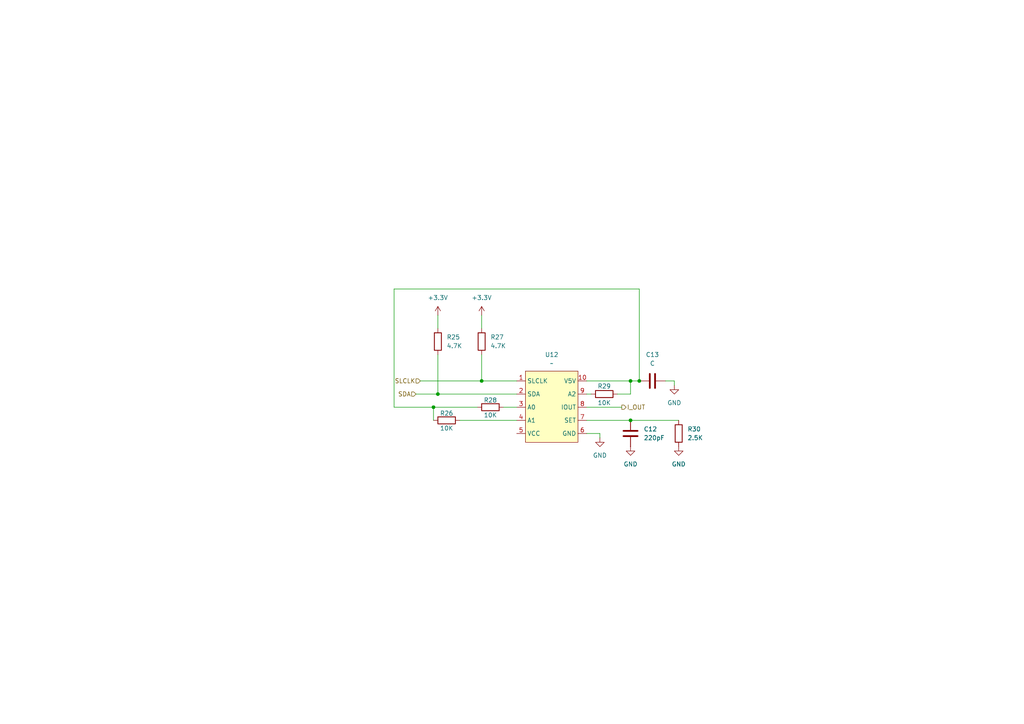
<source format=kicad_sch>
(kicad_sch (version 20250114) (generator "eeschema") (generator_version "9.0")
  (paper "A4")
  (lib_symbols
    (symbol "Device:C" (pin_numbers (hide yes)) (pin_names (offset 0.254))
      (property "Reference" "C" (at 0.635 2.54 0))
      (property "Value" "C" (at 0.635 -2.54 0))
      (symbol "C_0_1"
        (polyline (pts (xy -2.032 0.762) (xy 2.032 0.762)) (stroke (width 0.508)))
        (polyline (pts (xy -2.032 -0.762) (xy 2.032 -0.762)) (stroke (width 0.508)))
      )
      (symbol "C_1_1"
        (pin passive line (at 0 3.81 270) (length 2.794) (name "~") (number "1"))
        (pin passive line (at 0 -3.81 90) (length 2.794) (name "~") (number "2"))
      )
    )
    (symbol "Device:R" (pin_numbers (hide yes)) (pin_names (offset 0))
      (property "Reference" "R" (at 2.032 0 90))
      (property "Value" "R" (at 0 0 90))
      (symbol "R_0_1"
        (rectangle (start -1.016 -2.54) (end 1.016 2.54) (stroke (width 0.254)))
      )
      (symbol "R_1_1"
        (pin passive line (at 0 3.81 270) (length 1.27) (name "~") (number "1"))
        (pin passive line (at 0 -3.81 90) (length 1.27) (name "~") (number "2"))
      )
    )
    (symbol "Proyecto_componente:GP8303"
      (property "Reference" "U" (at 0 -12.192 0))
      (symbol "GP8303_1_1"
        (rectangle (start -7.62 10.4775) (end 7.62 -10.16) (fill (type color) (color 255 255 194 1)))
        (pin input line (at -10.16 7.62 0) (length 2.54) (name "SLCLK") (number "1"))
        (pin input line (at -10.16 3.81 0) (length 2.54) (name "SDA") (number "2"))
        (pin input line (at -10.16 0 0) (length 2.54) (name "A0") (number "3"))
        (pin input line (at -10.16 -3.81 0) (length 2.54) (name "A1") (number "4"))
        (pin input line (at -10.16 -7.62 0) (length 2.54) (name "VCC") (number "5"))
        (pin input line (at 10.16 7.62 180) (length 2.54) (name "V5V") (number "10"))
        (pin input line (at 10.16 3.81 180) (length 2.54) (name "A2") (number "9"))
        (pin input line (at 10.16 0 180) (length 2.54) (name "IOUT") (number "8"))
        (pin input line (at 10.16 -3.81 180) (length 2.54) (name "SET") (number "7"))
        (pin input line (at 10.16 -7.62 180) (length 2.54) (name "GND") (number "6"))
      )
    )
    (symbol "power:+3.3V" (power) (pin_numbers (hide yes)) (pin_names (offset 0) (hide yes))
      (property "Value" "+3.3V" (at 0 3.556 0))
      (symbol "+3.3V_0_1"
        (polyline (pts (xy -0.762 1.27) (xy 0 2.54)))
        (polyline (pts (xy 0 2.54) (xy 0.762 1.27)))
        (polyline (pts (xy 0 0) (xy 0 2.54)))
      )
      (symbol "+3.3V_1_1"
        (pin power_in line (at 0 0 90) (length 0) (name "~") (number "1"))
      )
    )
    (symbol "power:GND" (power) (pin_numbers (hide yes)) (pin_names (offset 0) (hide yes))
      (property "Value" "GND" (at 0 -3.81 0))
      (symbol "GND_0_1"
        (polyline (pts (xy 0 0) (xy 0 -1.27) (xy 1.27 -1.27) (xy 0 -2.54) (xy -1.27 -1.27) (xy 0 -1.27)))
      )
      (symbol "GND_1_1"
        (pin power_in line (at 0 0 270) (length 0) (name "~") (number "1"))
      )
    )
  )
  (junction (at 182.88 110.49))
  (junction (at 127 114.3))
  (junction (at 185.42 110.49))
  (junction (at 139.7 110.49))
  (junction (at 182.88 121.92))
  (junction (at 125.73 118.11))
  (wire (pts (xy 121.92 110.49) (xy 139.7 110.49)))
  (wire (pts (xy 114.3 83.82) (xy 185.42 83.82)))
  (wire (pts (xy 182.88 110.49) (xy 185.42 110.49)))
  (wire (pts (xy 185.42 83.82) (xy 185.42 110.49)))
  (wire (pts (xy 127 114.3) (xy 127 102.87)))
  (wire (pts (xy 182.88 121.92) (xy 196.85 121.92)))
  (wire (pts (xy 114.3 118.11) (xy 114.3 83.82)))
  (wire (pts (xy 139.7 91.44) (xy 139.7 95.25)))
  (wire (pts (xy 170.18 118.11) (xy 180.34 118.11)))
  (wire (pts (xy 133.35 121.92) (xy 149.86 121.92)))
  (wire (pts (xy 195.58 110.49) (xy 195.58 111.76)))
  (wire (pts (xy 120.65 114.3) (xy 127 114.3)))
  (wire (pts (xy 146.05 118.11) (xy 149.86 118.11)))
  (wire (pts (xy 173.99 125.73) (xy 170.18 125.73)))
  (wire (pts (xy 179.07 114.3) (xy 182.88 114.3)))
  (wire (pts (xy 127 91.44) (xy 127 95.25)))
  (wire (pts (xy 138.43 118.11) (xy 125.73 118.11)))
  (wire (pts (xy 125.73 118.11) (xy 125.73 121.92)))
  (wire (pts (xy 139.7 102.87) (xy 139.7 110.49)))
  (wire (pts (xy 193.04 110.49) (xy 195.58 110.49)))
  (wire (pts (xy 149.86 114.3) (xy 127 114.3)))
  (wire (pts (xy 173.99 127) (xy 173.99 125.73)))
  (wire (pts (xy 170.18 110.49) (xy 182.88 110.49)))
  (wire (pts (xy 139.7 110.49) (xy 149.86 110.49)))
  (wire (pts (xy 170.18 121.92) (xy 182.88 121.92)))
  (wire (pts (xy 125.73 118.11) (xy 114.3 118.11)))
  (wire (pts (xy 170.18 114.3) (xy 171.45 114.3)))
  (wire (pts (xy 182.88 114.3) (xy 182.88 110.49)))
  (hierarchical_label "SLCLK" (shape input) (at 121.92 110.49 180))
  (hierarchical_label "I_OUT" (shape output) (at 180.34 118.11 0))
  (hierarchical_label "SDA" (shape input) (at 120.65 114.3 180))
  (symbol (lib_id "Device:R") (at 129.54 121.92 90) (unit 1)
    (property "Reference" "R26" (at 129.54 119.888 90))
    (property "Value" "10K" (at 129.54 124.206 90))
    (property "Footprint" "Resistor_SMD:R_0201_0603Metric" (effects (hide yes)))
    (property "Description" "Resistor" (effects (hide yes)))
  )
  (symbol (lib_id "power:GND") (at 173.99 127 0) (unit 1)
    (property "Reference" "#PWR050" (effects (hide yes)))
    (property "Value" "GND" (at 173.99 132.08 0))
    (property "Description" "Power symbol creates a global label with name \"GND\" , ground" (effects (hide yes)))
  )
  (symbol (lib_id "power:+3.3V") (at 139.7 91.44 0) (unit 1)
    (property "Reference" "#PWR049" (effects (hide yes)))
    (property "Value" "+3.3V" (at 139.7 86.36 0))
    (property "Description" "Power symbol creates a global label with name \"+3.3V\"" (effects (hide yes)))
  )
  (symbol (lib_id "Device:R") (at 139.7 99.06 180) (unit 1)
    (property "Reference" "R27" (at 142.24 97.7899 0) (effects (justify right)))
    (property "Value" "4.7K" (at 142.24 100.3299 0) (effects (justify right)))
    (property "Footprint" "Resistor_SMD:R_0201_0603Metric" (effects (hide yes)))
    (property "Description" "Resistor" (effects (hide yes)))
  )
  (symbol (lib_id "power:GND") (at 182.88 129.54 0) (unit 1)
    (property "Reference" "#PWR051" (effects (hide yes)))
    (property "Value" "GND" (at 182.88 134.62 0))
    (property "Description" "Power symbol creates a global label with name \"GND\" , ground" (effects (hide yes)))
  )
  (symbol (lib_id "power:GND") (at 196.85 129.54 0) (unit 1)
    (property "Reference" "#PWR053" (effects (hide yes)))
    (property "Value" "GND" (at 196.85 134.62 0))
    (property "Description" "Power symbol creates a global label with name \"GND\" , ground" (effects (hide yes)))
  )
  (symbol (lib_id "Device:R") (at 196.85 125.73 0) (unit 1)
    (property "Reference" "R30" (at 199.39 124.4599 0) (effects (justify left)))
    (property "Value" "2.5K" (at 199.39 126.9999 0) (effects (justify left)))
    (property "Footprint" "Resistor_SMD:R_0201_0603Metric" (effects (hide yes)))
    (property "Description" "Resistor" (effects (hide yes)))
  )
  (symbol (lib_id "Device:C") (at 182.88 125.73 0) (unit 1)
    (property "Reference" "C12" (at 186.69 124.4599 0) (effects (justify left)))
    (property "Value" "220pF" (at 186.69 126.9999 0) (effects (justify left)))
    (property "Footprint" "Capacitor_SMD:C_0201_0603Metric" (effects (hide yes)))
    (property "Description" "Unpolarized capacitor" (effects (hide yes)))
  )
  (symbol (lib_id "power:+3.3V") (at 127 91.44 0) (unit 1)
    (property "Reference" "#PWR048" (effects (hide yes)))
    (property "Value" "+3.3V" (at 127 86.36 0))
    (property "Description" "Power symbol creates a global label with name \"+3.3V\"" (effects (hide yes)))
  )
  (symbol (lib_id "Device:R") (at 142.24 118.11 90) (unit 1)
    (property "Reference" "R28" (at 142.24 116.078 90))
    (property "Value" "10K" (at 142.24 120.396 90))
    (property "Footprint" "Resistor_SMD:R_0201_0603Metric" (effects (hide yes)))
    (property "Description" "Resistor" (effects (hide yes)))
  )
  (symbol (lib_id "Device:C") (at 189.23 110.49 90) (unit 1)
    (property "Reference" "C13" (at 189.23 102.87 90))
    (property "Value" "C" (at 189.23 105.41 90))
    (property "Description" "Unpolarized capacitor" (effects (hide yes)))
  )
  (symbol (lib_id "Device:R") (at 175.26 114.3 90) (unit 1)
    (property "Reference" "R29" (at 175.26 112.014 90))
    (property "Value" "10K" (at 175.26 116.84 90))
    (property "Footprint" "Resistor_SMD:R_0201_0603Metric" (effects (hide yes)))
    (property "Description" "Resistor" (effects (hide yes)))
  )
  (symbol (lib_id "power:GND") (at 195.58 111.76 0) (unit 1)
    (property "Reference" "#PWR052" (effects (hide yes)))
    (property "Value" "GND" (at 195.58 116.84 0))
    (property "Description" "Power symbol creates a global label with name \"GND\" , ground" (effects (hide yes)))
  )
  (symbol (lib_id "Device:R") (at 127 99.06 0) (unit 1)
    (property "Reference" "R25" (at 129.54 97.7899 0) (effects (justify left)))
    (property "Value" "4.7K" (at 129.54 100.3299 0) (effects (justify left)))
    (property "Footprint" "Resistor_SMD:R_0201_0603Metric" (effects (hide yes)))
    (property "Description" "Resistor" (effects (hide yes)))
  )
  (symbol (lib_id "Proyecto_componente:GP8303") (at 160.02 118.11 0) (unit 1)
    (property "Reference" "U12" (at 160.02 102.87 0))
    (property "Value" "~" (at 160.02 105.41 0))
    (property "Footprint" "Proyecto_componente:GP8303" (effects (hide yes)))
  )
)
</source>
